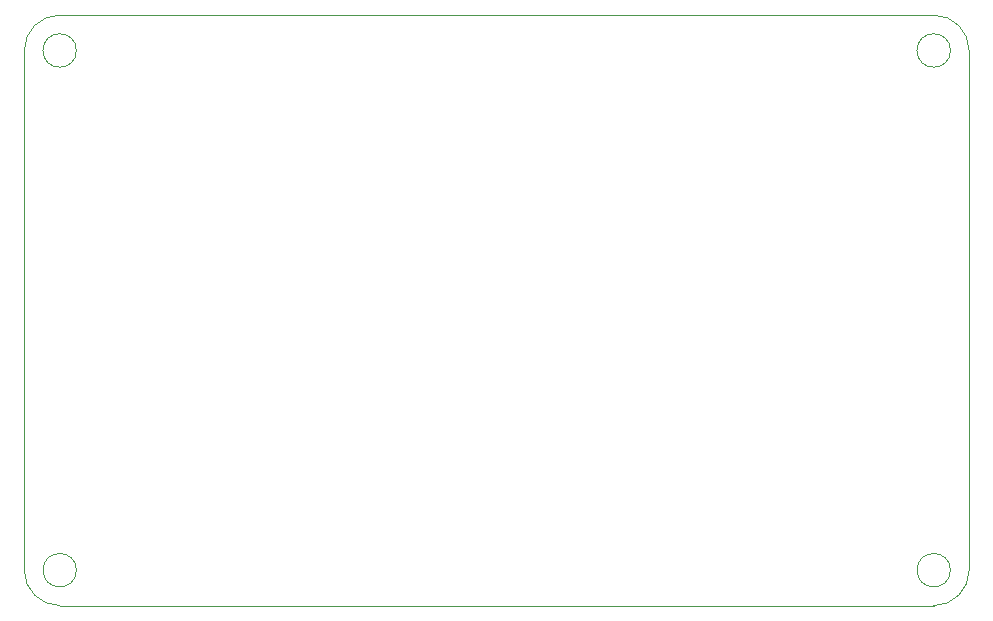
<source format=gbr>
%TF.GenerationSoftware,KiCad,Pcbnew,(6.0.2)*%
%TF.CreationDate,2022-06-23T10:32:30-05:00*%
%TF.ProjectId,ESP32_BUAP_DESARROLLO,45535033-325f-4425-9541-505f44455341,rev?*%
%TF.SameCoordinates,Original*%
%TF.FileFunction,Profile,NP*%
%FSLAX46Y46*%
G04 Gerber Fmt 4.6, Leading zero omitted, Abs format (unit mm)*
G04 Created by KiCad (PCBNEW (6.0.2)) date 2022-06-23 10:32:30*
%MOMM*%
%LPD*%
G01*
G04 APERTURE LIST*
%TA.AperFunction,Profile*%
%ADD10C,0.100000*%
%TD*%
G04 APERTURE END LIST*
D10*
X100000000Y-23000000D02*
X100000000Y-67000000D01*
X20000000Y-67000000D02*
G75*
G03*
X23000000Y-70000000I3000001J1D01*
G01*
X98414214Y-67000000D02*
G75*
G03*
X98414214Y-67000000I-1414214J0D01*
G01*
X24414214Y-23000000D02*
G75*
G03*
X24414214Y-23000000I-1414214J0D01*
G01*
X23000000Y-20000000D02*
X97000000Y-20000000D01*
X98414214Y-23000000D02*
G75*
G03*
X98414214Y-23000000I-1414214J0D01*
G01*
X97000000Y-70000000D02*
G75*
G03*
X100000000Y-67000000I-1J3000001D01*
G01*
X23000000Y-20000000D02*
G75*
G03*
X20000000Y-23000000I1J-3000001D01*
G01*
X20000000Y-23000000D02*
X20000000Y-67000000D01*
X24414214Y-67000000D02*
G75*
G03*
X24414214Y-67000000I-1414214J0D01*
G01*
X23000000Y-70000000D02*
X97000000Y-70000000D01*
X100000000Y-23000000D02*
G75*
G03*
X97000000Y-20000000I-3000001J-1D01*
G01*
M02*

</source>
